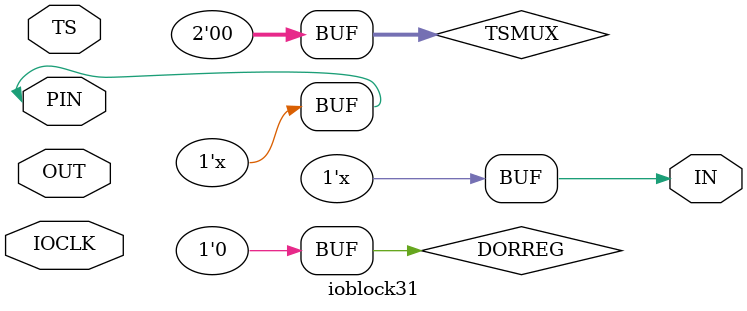
<source format=v>
module ioblock31(
	       inout  PIN,
	       input  TS,
	       input  OUT,
	       output IN,
	       input IOCLK
	       );
   
   reg 		     D;
   reg [2-1:0] 	     TSMUX;
   reg 		     DORREG;

   assign PIN = ( TSMUX == 2'b00 ) ? 1'bz : (( TSMUX == 2'b01 && TS == 1'b1 ) ? OUT : (( TSMUX == 2'b01 && TS == 1'b0 ) ? 1'bz : OUT));
   assign IN  = ( DORREG == 1'b0 ) ? PIN  : D;
   
   initial
     begin
	D=1'b0;
	TSMUX=2'b00;
	DORREG=1'b0;
     end
   
   always @(posedge IOCLK) D=PIN;
   
endmodule       

</source>
